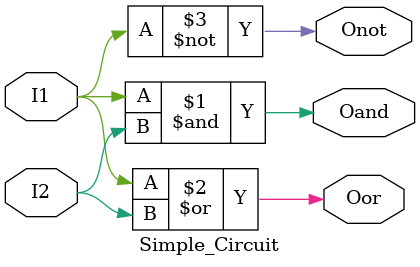
<source format=v>
module Simple_Circuit(I1,I2,Onot,Oand,Oor);
input I1,I2;
output Onot,Oand,Oor;

not G1(Onot,I1);
and G2(Oand,I1,I2);
or  G3(Oor,I1,I2);
endmodule
 
</source>
